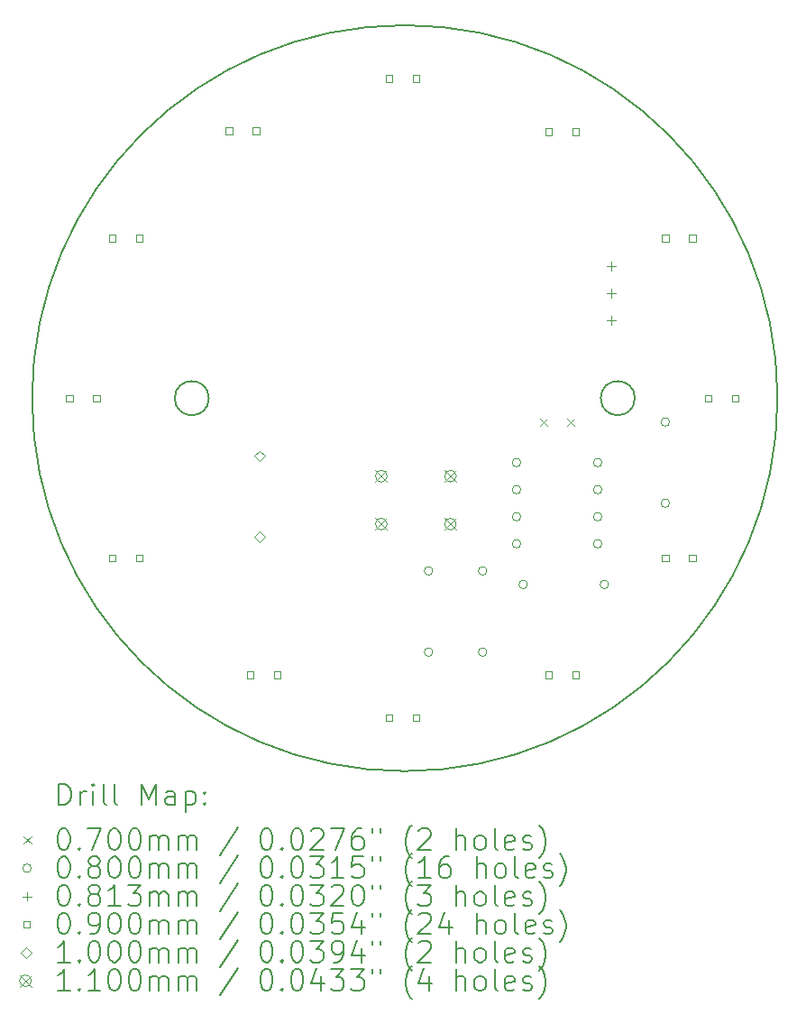
<source format=gbr>
%FSLAX45Y45*%
G04 Gerber Fmt 4.5, Leading zero omitted, Abs format (unit mm)*
G04 Created by KiCad (PCBNEW 6.0.5-a6ca702e91~116~ubuntu20.04.1) date 2022-06-19 21:19:39*
%MOMM*%
%LPD*%
G01*
G04 APERTURE LIST*
%TA.AperFunction,Profile*%
%ADD10C,0.200000*%
%TD*%
%TA.AperFunction,Profile*%
%ADD11C,0.150000*%
%TD*%
%ADD12C,0.200000*%
%ADD13C,0.070000*%
%ADD14C,0.080000*%
%ADD15C,0.081280*%
%ADD16C,0.090000*%
%ADD17C,0.100000*%
%ADD18C,0.110000*%
G04 APERTURE END LIST*
D10*
X8160000Y-10000000D02*
G75*
G03*
X8160000Y-10000000I-160000J0D01*
G01*
D11*
X13500000Y-10000000D02*
G75*
G03*
X13500000Y-10000000I-3500000J0D01*
G01*
D10*
X12160000Y-10000000D02*
G75*
G03*
X12160000Y-10000000I-160000J0D01*
G01*
D12*
D13*
X11272000Y-10188500D02*
X11342000Y-10258500D01*
X11342000Y-10188500D02*
X11272000Y-10258500D01*
X11522000Y-10188500D02*
X11592000Y-10258500D01*
X11592000Y-10188500D02*
X11522000Y-10258500D01*
D14*
X10263500Y-11620500D02*
G75*
G03*
X10263500Y-11620500I-40000J0D01*
G01*
X10263500Y-12382500D02*
G75*
G03*
X10263500Y-12382500I-40000J0D01*
G01*
X10771500Y-11620500D02*
G75*
G03*
X10771500Y-11620500I-40000J0D01*
G01*
X10771500Y-12382500D02*
G75*
G03*
X10771500Y-12382500I-40000J0D01*
G01*
X11089000Y-10604500D02*
G75*
G03*
X11089000Y-10604500I-40000J0D01*
G01*
X11089000Y-10858500D02*
G75*
G03*
X11089000Y-10858500I-40000J0D01*
G01*
X11089000Y-11112500D02*
G75*
G03*
X11089000Y-11112500I-40000J0D01*
G01*
X11089000Y-11366500D02*
G75*
G03*
X11089000Y-11366500I-40000J0D01*
G01*
X11152500Y-11747500D02*
G75*
G03*
X11152500Y-11747500I-40000J0D01*
G01*
X11851000Y-10604500D02*
G75*
G03*
X11851000Y-10604500I-40000J0D01*
G01*
X11851000Y-10858500D02*
G75*
G03*
X11851000Y-10858500I-40000J0D01*
G01*
X11851000Y-11112500D02*
G75*
G03*
X11851000Y-11112500I-40000J0D01*
G01*
X11851000Y-11366500D02*
G75*
G03*
X11851000Y-11366500I-40000J0D01*
G01*
X11914500Y-11747500D02*
G75*
G03*
X11914500Y-11747500I-40000J0D01*
G01*
X12486000Y-10223500D02*
G75*
G03*
X12486000Y-10223500I-40000J0D01*
G01*
X12486000Y-10985500D02*
G75*
G03*
X12486000Y-10985500I-40000J0D01*
G01*
D15*
X11938000Y-8722360D02*
X11938000Y-8803640D01*
X11897360Y-8763000D02*
X11978640Y-8763000D01*
X11938000Y-8976360D02*
X11938000Y-9057640D01*
X11897360Y-9017000D02*
X11978640Y-9017000D01*
X11938000Y-9230360D02*
X11938000Y-9311640D01*
X11897360Y-9271000D02*
X11978640Y-9271000D01*
D16*
X6881820Y-10031820D02*
X6881820Y-9968180D01*
X6818180Y-9968180D01*
X6818180Y-10031820D01*
X6881820Y-10031820D01*
X7135820Y-10031820D02*
X7135820Y-9968180D01*
X7072180Y-9968180D01*
X7072180Y-10031820D01*
X7135820Y-10031820D01*
X7283820Y-8531820D02*
X7283820Y-8468180D01*
X7220180Y-8468180D01*
X7220180Y-8531820D01*
X7283820Y-8531820D01*
X7283820Y-11531820D02*
X7283820Y-11468180D01*
X7220180Y-11468180D01*
X7220180Y-11531820D01*
X7283820Y-11531820D01*
X7537820Y-8531820D02*
X7537820Y-8468180D01*
X7474180Y-8468180D01*
X7474180Y-8531820D01*
X7537820Y-8531820D01*
X7537820Y-11531820D02*
X7537820Y-11468180D01*
X7474180Y-11468180D01*
X7474180Y-11531820D01*
X7537820Y-11531820D01*
X8381820Y-7524820D02*
X8381820Y-7461180D01*
X8318180Y-7461180D01*
X8318180Y-7524820D01*
X8381820Y-7524820D01*
X8581820Y-12629820D02*
X8581820Y-12566180D01*
X8518180Y-12566180D01*
X8518180Y-12629820D01*
X8581820Y-12629820D01*
X8635820Y-7524820D02*
X8635820Y-7461180D01*
X8572180Y-7461180D01*
X8572180Y-7524820D01*
X8635820Y-7524820D01*
X8835820Y-12629820D02*
X8835820Y-12566180D01*
X8772180Y-12566180D01*
X8772180Y-12629820D01*
X8835820Y-12629820D01*
X9881820Y-7031820D02*
X9881820Y-6968180D01*
X9818180Y-6968180D01*
X9818180Y-7031820D01*
X9881820Y-7031820D01*
X9881820Y-13031820D02*
X9881820Y-12968180D01*
X9818180Y-12968180D01*
X9818180Y-13031820D01*
X9881820Y-13031820D01*
X10135820Y-7031820D02*
X10135820Y-6968180D01*
X10072180Y-6968180D01*
X10072180Y-7031820D01*
X10135820Y-7031820D01*
X10135820Y-13031820D02*
X10135820Y-12968180D01*
X10072180Y-12968180D01*
X10072180Y-13031820D01*
X10135820Y-13031820D01*
X11381820Y-7529820D02*
X11381820Y-7466180D01*
X11318180Y-7466180D01*
X11318180Y-7529820D01*
X11381820Y-7529820D01*
X11381820Y-12629820D02*
X11381820Y-12566180D01*
X11318180Y-12566180D01*
X11318180Y-12629820D01*
X11381820Y-12629820D01*
X11635820Y-7529820D02*
X11635820Y-7466180D01*
X11572180Y-7466180D01*
X11572180Y-7529820D01*
X11635820Y-7529820D01*
X11635820Y-12629820D02*
X11635820Y-12566180D01*
X11572180Y-12566180D01*
X11572180Y-12629820D01*
X11635820Y-12629820D01*
X12479820Y-8531820D02*
X12479820Y-8468180D01*
X12416180Y-8468180D01*
X12416180Y-8531820D01*
X12479820Y-8531820D01*
X12479820Y-11531820D02*
X12479820Y-11468180D01*
X12416180Y-11468180D01*
X12416180Y-11531820D01*
X12479820Y-11531820D01*
X12733820Y-8531820D02*
X12733820Y-8468180D01*
X12670180Y-8468180D01*
X12670180Y-8531820D01*
X12733820Y-8531820D01*
X12733820Y-11531820D02*
X12733820Y-11468180D01*
X12670180Y-11468180D01*
X12670180Y-11531820D01*
X12733820Y-11531820D01*
X12881820Y-10031820D02*
X12881820Y-9968180D01*
X12818180Y-9968180D01*
X12818180Y-10031820D01*
X12881820Y-10031820D01*
X13135820Y-10031820D02*
X13135820Y-9968180D01*
X13072180Y-9968180D01*
X13072180Y-10031820D01*
X13135820Y-10031820D01*
D17*
X8636000Y-10593000D02*
X8686000Y-10543000D01*
X8636000Y-10493000D01*
X8586000Y-10543000D01*
X8636000Y-10593000D01*
X8636000Y-11353000D02*
X8686000Y-11303000D01*
X8636000Y-11253000D01*
X8586000Y-11303000D01*
X8636000Y-11353000D01*
D18*
X9724000Y-10676500D02*
X9834000Y-10786500D01*
X9834000Y-10676500D02*
X9724000Y-10786500D01*
X9834000Y-10731500D02*
G75*
G03*
X9834000Y-10731500I-55000J0D01*
G01*
X9724000Y-11126500D02*
X9834000Y-11236500D01*
X9834000Y-11126500D02*
X9724000Y-11236500D01*
X9834000Y-11181500D02*
G75*
G03*
X9834000Y-11181500I-55000J0D01*
G01*
X10374000Y-10676500D02*
X10484000Y-10786500D01*
X10484000Y-10676500D02*
X10374000Y-10786500D01*
X10484000Y-10731500D02*
G75*
G03*
X10484000Y-10731500I-55000J0D01*
G01*
X10374000Y-11126500D02*
X10484000Y-11236500D01*
X10484000Y-11126500D02*
X10374000Y-11236500D01*
X10484000Y-11181500D02*
G75*
G03*
X10484000Y-11181500I-55000J0D01*
G01*
D12*
X6750119Y-13817976D02*
X6750119Y-13617976D01*
X6797738Y-13617976D01*
X6826309Y-13627500D01*
X6845357Y-13646548D01*
X6854881Y-13665595D01*
X6864405Y-13703690D01*
X6864405Y-13732262D01*
X6854881Y-13770357D01*
X6845357Y-13789405D01*
X6826309Y-13808452D01*
X6797738Y-13817976D01*
X6750119Y-13817976D01*
X6950119Y-13817976D02*
X6950119Y-13684643D01*
X6950119Y-13722738D02*
X6959643Y-13703690D01*
X6969167Y-13694167D01*
X6988214Y-13684643D01*
X7007262Y-13684643D01*
X7073928Y-13817976D02*
X7073928Y-13684643D01*
X7073928Y-13617976D02*
X7064405Y-13627500D01*
X7073928Y-13637024D01*
X7083452Y-13627500D01*
X7073928Y-13617976D01*
X7073928Y-13637024D01*
X7197738Y-13817976D02*
X7178690Y-13808452D01*
X7169167Y-13789405D01*
X7169167Y-13617976D01*
X7302500Y-13817976D02*
X7283452Y-13808452D01*
X7273928Y-13789405D01*
X7273928Y-13617976D01*
X7531071Y-13817976D02*
X7531071Y-13617976D01*
X7597738Y-13760833D01*
X7664405Y-13617976D01*
X7664405Y-13817976D01*
X7845357Y-13817976D02*
X7845357Y-13713214D01*
X7835833Y-13694167D01*
X7816786Y-13684643D01*
X7778690Y-13684643D01*
X7759643Y-13694167D01*
X7845357Y-13808452D02*
X7826309Y-13817976D01*
X7778690Y-13817976D01*
X7759643Y-13808452D01*
X7750119Y-13789405D01*
X7750119Y-13770357D01*
X7759643Y-13751309D01*
X7778690Y-13741786D01*
X7826309Y-13741786D01*
X7845357Y-13732262D01*
X7940595Y-13684643D02*
X7940595Y-13884643D01*
X7940595Y-13694167D02*
X7959643Y-13684643D01*
X7997738Y-13684643D01*
X8016786Y-13694167D01*
X8026309Y-13703690D01*
X8035833Y-13722738D01*
X8035833Y-13779881D01*
X8026309Y-13798928D01*
X8016786Y-13808452D01*
X7997738Y-13817976D01*
X7959643Y-13817976D01*
X7940595Y-13808452D01*
X8121548Y-13798928D02*
X8131071Y-13808452D01*
X8121548Y-13817976D01*
X8112024Y-13808452D01*
X8121548Y-13798928D01*
X8121548Y-13817976D01*
X8121548Y-13694167D02*
X8131071Y-13703690D01*
X8121548Y-13713214D01*
X8112024Y-13703690D01*
X8121548Y-13694167D01*
X8121548Y-13713214D01*
D13*
X6422500Y-14112500D02*
X6492500Y-14182500D01*
X6492500Y-14112500D02*
X6422500Y-14182500D01*
D12*
X6788214Y-14037976D02*
X6807262Y-14037976D01*
X6826309Y-14047500D01*
X6835833Y-14057024D01*
X6845357Y-14076071D01*
X6854881Y-14114167D01*
X6854881Y-14161786D01*
X6845357Y-14199881D01*
X6835833Y-14218928D01*
X6826309Y-14228452D01*
X6807262Y-14237976D01*
X6788214Y-14237976D01*
X6769167Y-14228452D01*
X6759643Y-14218928D01*
X6750119Y-14199881D01*
X6740595Y-14161786D01*
X6740595Y-14114167D01*
X6750119Y-14076071D01*
X6759643Y-14057024D01*
X6769167Y-14047500D01*
X6788214Y-14037976D01*
X6940595Y-14218928D02*
X6950119Y-14228452D01*
X6940595Y-14237976D01*
X6931071Y-14228452D01*
X6940595Y-14218928D01*
X6940595Y-14237976D01*
X7016786Y-14037976D02*
X7150119Y-14037976D01*
X7064405Y-14237976D01*
X7264405Y-14037976D02*
X7283452Y-14037976D01*
X7302500Y-14047500D01*
X7312024Y-14057024D01*
X7321548Y-14076071D01*
X7331071Y-14114167D01*
X7331071Y-14161786D01*
X7321548Y-14199881D01*
X7312024Y-14218928D01*
X7302500Y-14228452D01*
X7283452Y-14237976D01*
X7264405Y-14237976D01*
X7245357Y-14228452D01*
X7235833Y-14218928D01*
X7226309Y-14199881D01*
X7216786Y-14161786D01*
X7216786Y-14114167D01*
X7226309Y-14076071D01*
X7235833Y-14057024D01*
X7245357Y-14047500D01*
X7264405Y-14037976D01*
X7454881Y-14037976D02*
X7473928Y-14037976D01*
X7492976Y-14047500D01*
X7502500Y-14057024D01*
X7512024Y-14076071D01*
X7521548Y-14114167D01*
X7521548Y-14161786D01*
X7512024Y-14199881D01*
X7502500Y-14218928D01*
X7492976Y-14228452D01*
X7473928Y-14237976D01*
X7454881Y-14237976D01*
X7435833Y-14228452D01*
X7426309Y-14218928D01*
X7416786Y-14199881D01*
X7407262Y-14161786D01*
X7407262Y-14114167D01*
X7416786Y-14076071D01*
X7426309Y-14057024D01*
X7435833Y-14047500D01*
X7454881Y-14037976D01*
X7607262Y-14237976D02*
X7607262Y-14104643D01*
X7607262Y-14123690D02*
X7616786Y-14114167D01*
X7635833Y-14104643D01*
X7664405Y-14104643D01*
X7683452Y-14114167D01*
X7692976Y-14133214D01*
X7692976Y-14237976D01*
X7692976Y-14133214D02*
X7702500Y-14114167D01*
X7721548Y-14104643D01*
X7750119Y-14104643D01*
X7769167Y-14114167D01*
X7778690Y-14133214D01*
X7778690Y-14237976D01*
X7873928Y-14237976D02*
X7873928Y-14104643D01*
X7873928Y-14123690D02*
X7883452Y-14114167D01*
X7902500Y-14104643D01*
X7931071Y-14104643D01*
X7950119Y-14114167D01*
X7959643Y-14133214D01*
X7959643Y-14237976D01*
X7959643Y-14133214D02*
X7969167Y-14114167D01*
X7988214Y-14104643D01*
X8016786Y-14104643D01*
X8035833Y-14114167D01*
X8045357Y-14133214D01*
X8045357Y-14237976D01*
X8435833Y-14028452D02*
X8264405Y-14285595D01*
X8692976Y-14037976D02*
X8712024Y-14037976D01*
X8731071Y-14047500D01*
X8740595Y-14057024D01*
X8750119Y-14076071D01*
X8759643Y-14114167D01*
X8759643Y-14161786D01*
X8750119Y-14199881D01*
X8740595Y-14218928D01*
X8731071Y-14228452D01*
X8712024Y-14237976D01*
X8692976Y-14237976D01*
X8673929Y-14228452D01*
X8664405Y-14218928D01*
X8654881Y-14199881D01*
X8645357Y-14161786D01*
X8645357Y-14114167D01*
X8654881Y-14076071D01*
X8664405Y-14057024D01*
X8673929Y-14047500D01*
X8692976Y-14037976D01*
X8845357Y-14218928D02*
X8854881Y-14228452D01*
X8845357Y-14237976D01*
X8835833Y-14228452D01*
X8845357Y-14218928D01*
X8845357Y-14237976D01*
X8978690Y-14037976D02*
X8997738Y-14037976D01*
X9016786Y-14047500D01*
X9026310Y-14057024D01*
X9035833Y-14076071D01*
X9045357Y-14114167D01*
X9045357Y-14161786D01*
X9035833Y-14199881D01*
X9026310Y-14218928D01*
X9016786Y-14228452D01*
X8997738Y-14237976D01*
X8978690Y-14237976D01*
X8959643Y-14228452D01*
X8950119Y-14218928D01*
X8940595Y-14199881D01*
X8931071Y-14161786D01*
X8931071Y-14114167D01*
X8940595Y-14076071D01*
X8950119Y-14057024D01*
X8959643Y-14047500D01*
X8978690Y-14037976D01*
X9121548Y-14057024D02*
X9131071Y-14047500D01*
X9150119Y-14037976D01*
X9197738Y-14037976D01*
X9216786Y-14047500D01*
X9226310Y-14057024D01*
X9235833Y-14076071D01*
X9235833Y-14095119D01*
X9226310Y-14123690D01*
X9112024Y-14237976D01*
X9235833Y-14237976D01*
X9302500Y-14037976D02*
X9435833Y-14037976D01*
X9350119Y-14237976D01*
X9597738Y-14037976D02*
X9559643Y-14037976D01*
X9540595Y-14047500D01*
X9531071Y-14057024D01*
X9512024Y-14085595D01*
X9502500Y-14123690D01*
X9502500Y-14199881D01*
X9512024Y-14218928D01*
X9521548Y-14228452D01*
X9540595Y-14237976D01*
X9578690Y-14237976D01*
X9597738Y-14228452D01*
X9607262Y-14218928D01*
X9616786Y-14199881D01*
X9616786Y-14152262D01*
X9607262Y-14133214D01*
X9597738Y-14123690D01*
X9578690Y-14114167D01*
X9540595Y-14114167D01*
X9521548Y-14123690D01*
X9512024Y-14133214D01*
X9502500Y-14152262D01*
X9692976Y-14037976D02*
X9692976Y-14076071D01*
X9769167Y-14037976D02*
X9769167Y-14076071D01*
X10064405Y-14314167D02*
X10054881Y-14304643D01*
X10035833Y-14276071D01*
X10026310Y-14257024D01*
X10016786Y-14228452D01*
X10007262Y-14180833D01*
X10007262Y-14142738D01*
X10016786Y-14095119D01*
X10026310Y-14066548D01*
X10035833Y-14047500D01*
X10054881Y-14018928D01*
X10064405Y-14009405D01*
X10131071Y-14057024D02*
X10140595Y-14047500D01*
X10159643Y-14037976D01*
X10207262Y-14037976D01*
X10226310Y-14047500D01*
X10235833Y-14057024D01*
X10245357Y-14076071D01*
X10245357Y-14095119D01*
X10235833Y-14123690D01*
X10121548Y-14237976D01*
X10245357Y-14237976D01*
X10483452Y-14237976D02*
X10483452Y-14037976D01*
X10569167Y-14237976D02*
X10569167Y-14133214D01*
X10559643Y-14114167D01*
X10540595Y-14104643D01*
X10512024Y-14104643D01*
X10492976Y-14114167D01*
X10483452Y-14123690D01*
X10692976Y-14237976D02*
X10673929Y-14228452D01*
X10664405Y-14218928D01*
X10654881Y-14199881D01*
X10654881Y-14142738D01*
X10664405Y-14123690D01*
X10673929Y-14114167D01*
X10692976Y-14104643D01*
X10721548Y-14104643D01*
X10740595Y-14114167D01*
X10750119Y-14123690D01*
X10759643Y-14142738D01*
X10759643Y-14199881D01*
X10750119Y-14218928D01*
X10740595Y-14228452D01*
X10721548Y-14237976D01*
X10692976Y-14237976D01*
X10873929Y-14237976D02*
X10854881Y-14228452D01*
X10845357Y-14209405D01*
X10845357Y-14037976D01*
X11026310Y-14228452D02*
X11007262Y-14237976D01*
X10969167Y-14237976D01*
X10950119Y-14228452D01*
X10940595Y-14209405D01*
X10940595Y-14133214D01*
X10950119Y-14114167D01*
X10969167Y-14104643D01*
X11007262Y-14104643D01*
X11026310Y-14114167D01*
X11035833Y-14133214D01*
X11035833Y-14152262D01*
X10940595Y-14171309D01*
X11112024Y-14228452D02*
X11131071Y-14237976D01*
X11169167Y-14237976D01*
X11188214Y-14228452D01*
X11197738Y-14209405D01*
X11197738Y-14199881D01*
X11188214Y-14180833D01*
X11169167Y-14171309D01*
X11140595Y-14171309D01*
X11121548Y-14161786D01*
X11112024Y-14142738D01*
X11112024Y-14133214D01*
X11121548Y-14114167D01*
X11140595Y-14104643D01*
X11169167Y-14104643D01*
X11188214Y-14114167D01*
X11264405Y-14314167D02*
X11273928Y-14304643D01*
X11292976Y-14276071D01*
X11302500Y-14257024D01*
X11312024Y-14228452D01*
X11321548Y-14180833D01*
X11321548Y-14142738D01*
X11312024Y-14095119D01*
X11302500Y-14066548D01*
X11292976Y-14047500D01*
X11273928Y-14018928D01*
X11264405Y-14009405D01*
D14*
X6492500Y-14411500D02*
G75*
G03*
X6492500Y-14411500I-40000J0D01*
G01*
D12*
X6788214Y-14301976D02*
X6807262Y-14301976D01*
X6826309Y-14311500D01*
X6835833Y-14321024D01*
X6845357Y-14340071D01*
X6854881Y-14378167D01*
X6854881Y-14425786D01*
X6845357Y-14463881D01*
X6835833Y-14482928D01*
X6826309Y-14492452D01*
X6807262Y-14501976D01*
X6788214Y-14501976D01*
X6769167Y-14492452D01*
X6759643Y-14482928D01*
X6750119Y-14463881D01*
X6740595Y-14425786D01*
X6740595Y-14378167D01*
X6750119Y-14340071D01*
X6759643Y-14321024D01*
X6769167Y-14311500D01*
X6788214Y-14301976D01*
X6940595Y-14482928D02*
X6950119Y-14492452D01*
X6940595Y-14501976D01*
X6931071Y-14492452D01*
X6940595Y-14482928D01*
X6940595Y-14501976D01*
X7064405Y-14387690D02*
X7045357Y-14378167D01*
X7035833Y-14368643D01*
X7026309Y-14349595D01*
X7026309Y-14340071D01*
X7035833Y-14321024D01*
X7045357Y-14311500D01*
X7064405Y-14301976D01*
X7102500Y-14301976D01*
X7121548Y-14311500D01*
X7131071Y-14321024D01*
X7140595Y-14340071D01*
X7140595Y-14349595D01*
X7131071Y-14368643D01*
X7121548Y-14378167D01*
X7102500Y-14387690D01*
X7064405Y-14387690D01*
X7045357Y-14397214D01*
X7035833Y-14406738D01*
X7026309Y-14425786D01*
X7026309Y-14463881D01*
X7035833Y-14482928D01*
X7045357Y-14492452D01*
X7064405Y-14501976D01*
X7102500Y-14501976D01*
X7121548Y-14492452D01*
X7131071Y-14482928D01*
X7140595Y-14463881D01*
X7140595Y-14425786D01*
X7131071Y-14406738D01*
X7121548Y-14397214D01*
X7102500Y-14387690D01*
X7264405Y-14301976D02*
X7283452Y-14301976D01*
X7302500Y-14311500D01*
X7312024Y-14321024D01*
X7321548Y-14340071D01*
X7331071Y-14378167D01*
X7331071Y-14425786D01*
X7321548Y-14463881D01*
X7312024Y-14482928D01*
X7302500Y-14492452D01*
X7283452Y-14501976D01*
X7264405Y-14501976D01*
X7245357Y-14492452D01*
X7235833Y-14482928D01*
X7226309Y-14463881D01*
X7216786Y-14425786D01*
X7216786Y-14378167D01*
X7226309Y-14340071D01*
X7235833Y-14321024D01*
X7245357Y-14311500D01*
X7264405Y-14301976D01*
X7454881Y-14301976D02*
X7473928Y-14301976D01*
X7492976Y-14311500D01*
X7502500Y-14321024D01*
X7512024Y-14340071D01*
X7521548Y-14378167D01*
X7521548Y-14425786D01*
X7512024Y-14463881D01*
X7502500Y-14482928D01*
X7492976Y-14492452D01*
X7473928Y-14501976D01*
X7454881Y-14501976D01*
X7435833Y-14492452D01*
X7426309Y-14482928D01*
X7416786Y-14463881D01*
X7407262Y-14425786D01*
X7407262Y-14378167D01*
X7416786Y-14340071D01*
X7426309Y-14321024D01*
X7435833Y-14311500D01*
X7454881Y-14301976D01*
X7607262Y-14501976D02*
X7607262Y-14368643D01*
X7607262Y-14387690D02*
X7616786Y-14378167D01*
X7635833Y-14368643D01*
X7664405Y-14368643D01*
X7683452Y-14378167D01*
X7692976Y-14397214D01*
X7692976Y-14501976D01*
X7692976Y-14397214D02*
X7702500Y-14378167D01*
X7721548Y-14368643D01*
X7750119Y-14368643D01*
X7769167Y-14378167D01*
X7778690Y-14397214D01*
X7778690Y-14501976D01*
X7873928Y-14501976D02*
X7873928Y-14368643D01*
X7873928Y-14387690D02*
X7883452Y-14378167D01*
X7902500Y-14368643D01*
X7931071Y-14368643D01*
X7950119Y-14378167D01*
X7959643Y-14397214D01*
X7959643Y-14501976D01*
X7959643Y-14397214D02*
X7969167Y-14378167D01*
X7988214Y-14368643D01*
X8016786Y-14368643D01*
X8035833Y-14378167D01*
X8045357Y-14397214D01*
X8045357Y-14501976D01*
X8435833Y-14292452D02*
X8264405Y-14549595D01*
X8692976Y-14301976D02*
X8712024Y-14301976D01*
X8731071Y-14311500D01*
X8740595Y-14321024D01*
X8750119Y-14340071D01*
X8759643Y-14378167D01*
X8759643Y-14425786D01*
X8750119Y-14463881D01*
X8740595Y-14482928D01*
X8731071Y-14492452D01*
X8712024Y-14501976D01*
X8692976Y-14501976D01*
X8673929Y-14492452D01*
X8664405Y-14482928D01*
X8654881Y-14463881D01*
X8645357Y-14425786D01*
X8645357Y-14378167D01*
X8654881Y-14340071D01*
X8664405Y-14321024D01*
X8673929Y-14311500D01*
X8692976Y-14301976D01*
X8845357Y-14482928D02*
X8854881Y-14492452D01*
X8845357Y-14501976D01*
X8835833Y-14492452D01*
X8845357Y-14482928D01*
X8845357Y-14501976D01*
X8978690Y-14301976D02*
X8997738Y-14301976D01*
X9016786Y-14311500D01*
X9026310Y-14321024D01*
X9035833Y-14340071D01*
X9045357Y-14378167D01*
X9045357Y-14425786D01*
X9035833Y-14463881D01*
X9026310Y-14482928D01*
X9016786Y-14492452D01*
X8997738Y-14501976D01*
X8978690Y-14501976D01*
X8959643Y-14492452D01*
X8950119Y-14482928D01*
X8940595Y-14463881D01*
X8931071Y-14425786D01*
X8931071Y-14378167D01*
X8940595Y-14340071D01*
X8950119Y-14321024D01*
X8959643Y-14311500D01*
X8978690Y-14301976D01*
X9112024Y-14301976D02*
X9235833Y-14301976D01*
X9169167Y-14378167D01*
X9197738Y-14378167D01*
X9216786Y-14387690D01*
X9226310Y-14397214D01*
X9235833Y-14416262D01*
X9235833Y-14463881D01*
X9226310Y-14482928D01*
X9216786Y-14492452D01*
X9197738Y-14501976D01*
X9140595Y-14501976D01*
X9121548Y-14492452D01*
X9112024Y-14482928D01*
X9426310Y-14501976D02*
X9312024Y-14501976D01*
X9369167Y-14501976D02*
X9369167Y-14301976D01*
X9350119Y-14330548D01*
X9331071Y-14349595D01*
X9312024Y-14359119D01*
X9607262Y-14301976D02*
X9512024Y-14301976D01*
X9502500Y-14397214D01*
X9512024Y-14387690D01*
X9531071Y-14378167D01*
X9578690Y-14378167D01*
X9597738Y-14387690D01*
X9607262Y-14397214D01*
X9616786Y-14416262D01*
X9616786Y-14463881D01*
X9607262Y-14482928D01*
X9597738Y-14492452D01*
X9578690Y-14501976D01*
X9531071Y-14501976D01*
X9512024Y-14492452D01*
X9502500Y-14482928D01*
X9692976Y-14301976D02*
X9692976Y-14340071D01*
X9769167Y-14301976D02*
X9769167Y-14340071D01*
X10064405Y-14578167D02*
X10054881Y-14568643D01*
X10035833Y-14540071D01*
X10026310Y-14521024D01*
X10016786Y-14492452D01*
X10007262Y-14444833D01*
X10007262Y-14406738D01*
X10016786Y-14359119D01*
X10026310Y-14330548D01*
X10035833Y-14311500D01*
X10054881Y-14282928D01*
X10064405Y-14273405D01*
X10245357Y-14501976D02*
X10131071Y-14501976D01*
X10188214Y-14501976D02*
X10188214Y-14301976D01*
X10169167Y-14330548D01*
X10150119Y-14349595D01*
X10131071Y-14359119D01*
X10416786Y-14301976D02*
X10378690Y-14301976D01*
X10359643Y-14311500D01*
X10350119Y-14321024D01*
X10331071Y-14349595D01*
X10321548Y-14387690D01*
X10321548Y-14463881D01*
X10331071Y-14482928D01*
X10340595Y-14492452D01*
X10359643Y-14501976D01*
X10397738Y-14501976D01*
X10416786Y-14492452D01*
X10426310Y-14482928D01*
X10435833Y-14463881D01*
X10435833Y-14416262D01*
X10426310Y-14397214D01*
X10416786Y-14387690D01*
X10397738Y-14378167D01*
X10359643Y-14378167D01*
X10340595Y-14387690D01*
X10331071Y-14397214D01*
X10321548Y-14416262D01*
X10673929Y-14501976D02*
X10673929Y-14301976D01*
X10759643Y-14501976D02*
X10759643Y-14397214D01*
X10750119Y-14378167D01*
X10731071Y-14368643D01*
X10702500Y-14368643D01*
X10683452Y-14378167D01*
X10673929Y-14387690D01*
X10883452Y-14501976D02*
X10864405Y-14492452D01*
X10854881Y-14482928D01*
X10845357Y-14463881D01*
X10845357Y-14406738D01*
X10854881Y-14387690D01*
X10864405Y-14378167D01*
X10883452Y-14368643D01*
X10912024Y-14368643D01*
X10931071Y-14378167D01*
X10940595Y-14387690D01*
X10950119Y-14406738D01*
X10950119Y-14463881D01*
X10940595Y-14482928D01*
X10931071Y-14492452D01*
X10912024Y-14501976D01*
X10883452Y-14501976D01*
X11064405Y-14501976D02*
X11045357Y-14492452D01*
X11035833Y-14473405D01*
X11035833Y-14301976D01*
X11216786Y-14492452D02*
X11197738Y-14501976D01*
X11159643Y-14501976D01*
X11140595Y-14492452D01*
X11131071Y-14473405D01*
X11131071Y-14397214D01*
X11140595Y-14378167D01*
X11159643Y-14368643D01*
X11197738Y-14368643D01*
X11216786Y-14378167D01*
X11226309Y-14397214D01*
X11226309Y-14416262D01*
X11131071Y-14435309D01*
X11302500Y-14492452D02*
X11321548Y-14501976D01*
X11359643Y-14501976D01*
X11378690Y-14492452D01*
X11388214Y-14473405D01*
X11388214Y-14463881D01*
X11378690Y-14444833D01*
X11359643Y-14435309D01*
X11331071Y-14435309D01*
X11312024Y-14425786D01*
X11302500Y-14406738D01*
X11302500Y-14397214D01*
X11312024Y-14378167D01*
X11331071Y-14368643D01*
X11359643Y-14368643D01*
X11378690Y-14378167D01*
X11454881Y-14578167D02*
X11464405Y-14568643D01*
X11483452Y-14540071D01*
X11492976Y-14521024D01*
X11502500Y-14492452D01*
X11512024Y-14444833D01*
X11512024Y-14406738D01*
X11502500Y-14359119D01*
X11492976Y-14330548D01*
X11483452Y-14311500D01*
X11464405Y-14282928D01*
X11454881Y-14273405D01*
D15*
X6451860Y-14634860D02*
X6451860Y-14716140D01*
X6411220Y-14675500D02*
X6492500Y-14675500D01*
D12*
X6788214Y-14565976D02*
X6807262Y-14565976D01*
X6826309Y-14575500D01*
X6835833Y-14585024D01*
X6845357Y-14604071D01*
X6854881Y-14642167D01*
X6854881Y-14689786D01*
X6845357Y-14727881D01*
X6835833Y-14746928D01*
X6826309Y-14756452D01*
X6807262Y-14765976D01*
X6788214Y-14765976D01*
X6769167Y-14756452D01*
X6759643Y-14746928D01*
X6750119Y-14727881D01*
X6740595Y-14689786D01*
X6740595Y-14642167D01*
X6750119Y-14604071D01*
X6759643Y-14585024D01*
X6769167Y-14575500D01*
X6788214Y-14565976D01*
X6940595Y-14746928D02*
X6950119Y-14756452D01*
X6940595Y-14765976D01*
X6931071Y-14756452D01*
X6940595Y-14746928D01*
X6940595Y-14765976D01*
X7064405Y-14651690D02*
X7045357Y-14642167D01*
X7035833Y-14632643D01*
X7026309Y-14613595D01*
X7026309Y-14604071D01*
X7035833Y-14585024D01*
X7045357Y-14575500D01*
X7064405Y-14565976D01*
X7102500Y-14565976D01*
X7121548Y-14575500D01*
X7131071Y-14585024D01*
X7140595Y-14604071D01*
X7140595Y-14613595D01*
X7131071Y-14632643D01*
X7121548Y-14642167D01*
X7102500Y-14651690D01*
X7064405Y-14651690D01*
X7045357Y-14661214D01*
X7035833Y-14670738D01*
X7026309Y-14689786D01*
X7026309Y-14727881D01*
X7035833Y-14746928D01*
X7045357Y-14756452D01*
X7064405Y-14765976D01*
X7102500Y-14765976D01*
X7121548Y-14756452D01*
X7131071Y-14746928D01*
X7140595Y-14727881D01*
X7140595Y-14689786D01*
X7131071Y-14670738D01*
X7121548Y-14661214D01*
X7102500Y-14651690D01*
X7331071Y-14765976D02*
X7216786Y-14765976D01*
X7273928Y-14765976D02*
X7273928Y-14565976D01*
X7254881Y-14594548D01*
X7235833Y-14613595D01*
X7216786Y-14623119D01*
X7397738Y-14565976D02*
X7521548Y-14565976D01*
X7454881Y-14642167D01*
X7483452Y-14642167D01*
X7502500Y-14651690D01*
X7512024Y-14661214D01*
X7521548Y-14680262D01*
X7521548Y-14727881D01*
X7512024Y-14746928D01*
X7502500Y-14756452D01*
X7483452Y-14765976D01*
X7426309Y-14765976D01*
X7407262Y-14756452D01*
X7397738Y-14746928D01*
X7607262Y-14765976D02*
X7607262Y-14632643D01*
X7607262Y-14651690D02*
X7616786Y-14642167D01*
X7635833Y-14632643D01*
X7664405Y-14632643D01*
X7683452Y-14642167D01*
X7692976Y-14661214D01*
X7692976Y-14765976D01*
X7692976Y-14661214D02*
X7702500Y-14642167D01*
X7721548Y-14632643D01*
X7750119Y-14632643D01*
X7769167Y-14642167D01*
X7778690Y-14661214D01*
X7778690Y-14765976D01*
X7873928Y-14765976D02*
X7873928Y-14632643D01*
X7873928Y-14651690D02*
X7883452Y-14642167D01*
X7902500Y-14632643D01*
X7931071Y-14632643D01*
X7950119Y-14642167D01*
X7959643Y-14661214D01*
X7959643Y-14765976D01*
X7959643Y-14661214D02*
X7969167Y-14642167D01*
X7988214Y-14632643D01*
X8016786Y-14632643D01*
X8035833Y-14642167D01*
X8045357Y-14661214D01*
X8045357Y-14765976D01*
X8435833Y-14556452D02*
X8264405Y-14813595D01*
X8692976Y-14565976D02*
X8712024Y-14565976D01*
X8731071Y-14575500D01*
X8740595Y-14585024D01*
X8750119Y-14604071D01*
X8759643Y-14642167D01*
X8759643Y-14689786D01*
X8750119Y-14727881D01*
X8740595Y-14746928D01*
X8731071Y-14756452D01*
X8712024Y-14765976D01*
X8692976Y-14765976D01*
X8673929Y-14756452D01*
X8664405Y-14746928D01*
X8654881Y-14727881D01*
X8645357Y-14689786D01*
X8645357Y-14642167D01*
X8654881Y-14604071D01*
X8664405Y-14585024D01*
X8673929Y-14575500D01*
X8692976Y-14565976D01*
X8845357Y-14746928D02*
X8854881Y-14756452D01*
X8845357Y-14765976D01*
X8835833Y-14756452D01*
X8845357Y-14746928D01*
X8845357Y-14765976D01*
X8978690Y-14565976D02*
X8997738Y-14565976D01*
X9016786Y-14575500D01*
X9026310Y-14585024D01*
X9035833Y-14604071D01*
X9045357Y-14642167D01*
X9045357Y-14689786D01*
X9035833Y-14727881D01*
X9026310Y-14746928D01*
X9016786Y-14756452D01*
X8997738Y-14765976D01*
X8978690Y-14765976D01*
X8959643Y-14756452D01*
X8950119Y-14746928D01*
X8940595Y-14727881D01*
X8931071Y-14689786D01*
X8931071Y-14642167D01*
X8940595Y-14604071D01*
X8950119Y-14585024D01*
X8959643Y-14575500D01*
X8978690Y-14565976D01*
X9112024Y-14565976D02*
X9235833Y-14565976D01*
X9169167Y-14642167D01*
X9197738Y-14642167D01*
X9216786Y-14651690D01*
X9226310Y-14661214D01*
X9235833Y-14680262D01*
X9235833Y-14727881D01*
X9226310Y-14746928D01*
X9216786Y-14756452D01*
X9197738Y-14765976D01*
X9140595Y-14765976D01*
X9121548Y-14756452D01*
X9112024Y-14746928D01*
X9312024Y-14585024D02*
X9321548Y-14575500D01*
X9340595Y-14565976D01*
X9388214Y-14565976D01*
X9407262Y-14575500D01*
X9416786Y-14585024D01*
X9426310Y-14604071D01*
X9426310Y-14623119D01*
X9416786Y-14651690D01*
X9302500Y-14765976D01*
X9426310Y-14765976D01*
X9550119Y-14565976D02*
X9569167Y-14565976D01*
X9588214Y-14575500D01*
X9597738Y-14585024D01*
X9607262Y-14604071D01*
X9616786Y-14642167D01*
X9616786Y-14689786D01*
X9607262Y-14727881D01*
X9597738Y-14746928D01*
X9588214Y-14756452D01*
X9569167Y-14765976D01*
X9550119Y-14765976D01*
X9531071Y-14756452D01*
X9521548Y-14746928D01*
X9512024Y-14727881D01*
X9502500Y-14689786D01*
X9502500Y-14642167D01*
X9512024Y-14604071D01*
X9521548Y-14585024D01*
X9531071Y-14575500D01*
X9550119Y-14565976D01*
X9692976Y-14565976D02*
X9692976Y-14604071D01*
X9769167Y-14565976D02*
X9769167Y-14604071D01*
X10064405Y-14842167D02*
X10054881Y-14832643D01*
X10035833Y-14804071D01*
X10026310Y-14785024D01*
X10016786Y-14756452D01*
X10007262Y-14708833D01*
X10007262Y-14670738D01*
X10016786Y-14623119D01*
X10026310Y-14594548D01*
X10035833Y-14575500D01*
X10054881Y-14546928D01*
X10064405Y-14537405D01*
X10121548Y-14565976D02*
X10245357Y-14565976D01*
X10178690Y-14642167D01*
X10207262Y-14642167D01*
X10226310Y-14651690D01*
X10235833Y-14661214D01*
X10245357Y-14680262D01*
X10245357Y-14727881D01*
X10235833Y-14746928D01*
X10226310Y-14756452D01*
X10207262Y-14765976D01*
X10150119Y-14765976D01*
X10131071Y-14756452D01*
X10121548Y-14746928D01*
X10483452Y-14765976D02*
X10483452Y-14565976D01*
X10569167Y-14765976D02*
X10569167Y-14661214D01*
X10559643Y-14642167D01*
X10540595Y-14632643D01*
X10512024Y-14632643D01*
X10492976Y-14642167D01*
X10483452Y-14651690D01*
X10692976Y-14765976D02*
X10673929Y-14756452D01*
X10664405Y-14746928D01*
X10654881Y-14727881D01*
X10654881Y-14670738D01*
X10664405Y-14651690D01*
X10673929Y-14642167D01*
X10692976Y-14632643D01*
X10721548Y-14632643D01*
X10740595Y-14642167D01*
X10750119Y-14651690D01*
X10759643Y-14670738D01*
X10759643Y-14727881D01*
X10750119Y-14746928D01*
X10740595Y-14756452D01*
X10721548Y-14765976D01*
X10692976Y-14765976D01*
X10873929Y-14765976D02*
X10854881Y-14756452D01*
X10845357Y-14737405D01*
X10845357Y-14565976D01*
X11026310Y-14756452D02*
X11007262Y-14765976D01*
X10969167Y-14765976D01*
X10950119Y-14756452D01*
X10940595Y-14737405D01*
X10940595Y-14661214D01*
X10950119Y-14642167D01*
X10969167Y-14632643D01*
X11007262Y-14632643D01*
X11026310Y-14642167D01*
X11035833Y-14661214D01*
X11035833Y-14680262D01*
X10940595Y-14699309D01*
X11112024Y-14756452D02*
X11131071Y-14765976D01*
X11169167Y-14765976D01*
X11188214Y-14756452D01*
X11197738Y-14737405D01*
X11197738Y-14727881D01*
X11188214Y-14708833D01*
X11169167Y-14699309D01*
X11140595Y-14699309D01*
X11121548Y-14689786D01*
X11112024Y-14670738D01*
X11112024Y-14661214D01*
X11121548Y-14642167D01*
X11140595Y-14632643D01*
X11169167Y-14632643D01*
X11188214Y-14642167D01*
X11264405Y-14842167D02*
X11273928Y-14832643D01*
X11292976Y-14804071D01*
X11302500Y-14785024D01*
X11312024Y-14756452D01*
X11321548Y-14708833D01*
X11321548Y-14670738D01*
X11312024Y-14623119D01*
X11302500Y-14594548D01*
X11292976Y-14575500D01*
X11273928Y-14546928D01*
X11264405Y-14537405D01*
D16*
X6479320Y-14971320D02*
X6479320Y-14907680D01*
X6415680Y-14907680D01*
X6415680Y-14971320D01*
X6479320Y-14971320D01*
D12*
X6788214Y-14829976D02*
X6807262Y-14829976D01*
X6826309Y-14839500D01*
X6835833Y-14849024D01*
X6845357Y-14868071D01*
X6854881Y-14906167D01*
X6854881Y-14953786D01*
X6845357Y-14991881D01*
X6835833Y-15010928D01*
X6826309Y-15020452D01*
X6807262Y-15029976D01*
X6788214Y-15029976D01*
X6769167Y-15020452D01*
X6759643Y-15010928D01*
X6750119Y-14991881D01*
X6740595Y-14953786D01*
X6740595Y-14906167D01*
X6750119Y-14868071D01*
X6759643Y-14849024D01*
X6769167Y-14839500D01*
X6788214Y-14829976D01*
X6940595Y-15010928D02*
X6950119Y-15020452D01*
X6940595Y-15029976D01*
X6931071Y-15020452D01*
X6940595Y-15010928D01*
X6940595Y-15029976D01*
X7045357Y-15029976D02*
X7083452Y-15029976D01*
X7102500Y-15020452D01*
X7112024Y-15010928D01*
X7131071Y-14982357D01*
X7140595Y-14944262D01*
X7140595Y-14868071D01*
X7131071Y-14849024D01*
X7121548Y-14839500D01*
X7102500Y-14829976D01*
X7064405Y-14829976D01*
X7045357Y-14839500D01*
X7035833Y-14849024D01*
X7026309Y-14868071D01*
X7026309Y-14915690D01*
X7035833Y-14934738D01*
X7045357Y-14944262D01*
X7064405Y-14953786D01*
X7102500Y-14953786D01*
X7121548Y-14944262D01*
X7131071Y-14934738D01*
X7140595Y-14915690D01*
X7264405Y-14829976D02*
X7283452Y-14829976D01*
X7302500Y-14839500D01*
X7312024Y-14849024D01*
X7321548Y-14868071D01*
X7331071Y-14906167D01*
X7331071Y-14953786D01*
X7321548Y-14991881D01*
X7312024Y-15010928D01*
X7302500Y-15020452D01*
X7283452Y-15029976D01*
X7264405Y-15029976D01*
X7245357Y-15020452D01*
X7235833Y-15010928D01*
X7226309Y-14991881D01*
X7216786Y-14953786D01*
X7216786Y-14906167D01*
X7226309Y-14868071D01*
X7235833Y-14849024D01*
X7245357Y-14839500D01*
X7264405Y-14829976D01*
X7454881Y-14829976D02*
X7473928Y-14829976D01*
X7492976Y-14839500D01*
X7502500Y-14849024D01*
X7512024Y-14868071D01*
X7521548Y-14906167D01*
X7521548Y-14953786D01*
X7512024Y-14991881D01*
X7502500Y-15010928D01*
X7492976Y-15020452D01*
X7473928Y-15029976D01*
X7454881Y-15029976D01*
X7435833Y-15020452D01*
X7426309Y-15010928D01*
X7416786Y-14991881D01*
X7407262Y-14953786D01*
X7407262Y-14906167D01*
X7416786Y-14868071D01*
X7426309Y-14849024D01*
X7435833Y-14839500D01*
X7454881Y-14829976D01*
X7607262Y-15029976D02*
X7607262Y-14896643D01*
X7607262Y-14915690D02*
X7616786Y-14906167D01*
X7635833Y-14896643D01*
X7664405Y-14896643D01*
X7683452Y-14906167D01*
X7692976Y-14925214D01*
X7692976Y-15029976D01*
X7692976Y-14925214D02*
X7702500Y-14906167D01*
X7721548Y-14896643D01*
X7750119Y-14896643D01*
X7769167Y-14906167D01*
X7778690Y-14925214D01*
X7778690Y-15029976D01*
X7873928Y-15029976D02*
X7873928Y-14896643D01*
X7873928Y-14915690D02*
X7883452Y-14906167D01*
X7902500Y-14896643D01*
X7931071Y-14896643D01*
X7950119Y-14906167D01*
X7959643Y-14925214D01*
X7959643Y-15029976D01*
X7959643Y-14925214D02*
X7969167Y-14906167D01*
X7988214Y-14896643D01*
X8016786Y-14896643D01*
X8035833Y-14906167D01*
X8045357Y-14925214D01*
X8045357Y-15029976D01*
X8435833Y-14820452D02*
X8264405Y-15077595D01*
X8692976Y-14829976D02*
X8712024Y-14829976D01*
X8731071Y-14839500D01*
X8740595Y-14849024D01*
X8750119Y-14868071D01*
X8759643Y-14906167D01*
X8759643Y-14953786D01*
X8750119Y-14991881D01*
X8740595Y-15010928D01*
X8731071Y-15020452D01*
X8712024Y-15029976D01*
X8692976Y-15029976D01*
X8673929Y-15020452D01*
X8664405Y-15010928D01*
X8654881Y-14991881D01*
X8645357Y-14953786D01*
X8645357Y-14906167D01*
X8654881Y-14868071D01*
X8664405Y-14849024D01*
X8673929Y-14839500D01*
X8692976Y-14829976D01*
X8845357Y-15010928D02*
X8854881Y-15020452D01*
X8845357Y-15029976D01*
X8835833Y-15020452D01*
X8845357Y-15010928D01*
X8845357Y-15029976D01*
X8978690Y-14829976D02*
X8997738Y-14829976D01*
X9016786Y-14839500D01*
X9026310Y-14849024D01*
X9035833Y-14868071D01*
X9045357Y-14906167D01*
X9045357Y-14953786D01*
X9035833Y-14991881D01*
X9026310Y-15010928D01*
X9016786Y-15020452D01*
X8997738Y-15029976D01*
X8978690Y-15029976D01*
X8959643Y-15020452D01*
X8950119Y-15010928D01*
X8940595Y-14991881D01*
X8931071Y-14953786D01*
X8931071Y-14906167D01*
X8940595Y-14868071D01*
X8950119Y-14849024D01*
X8959643Y-14839500D01*
X8978690Y-14829976D01*
X9112024Y-14829976D02*
X9235833Y-14829976D01*
X9169167Y-14906167D01*
X9197738Y-14906167D01*
X9216786Y-14915690D01*
X9226310Y-14925214D01*
X9235833Y-14944262D01*
X9235833Y-14991881D01*
X9226310Y-15010928D01*
X9216786Y-15020452D01*
X9197738Y-15029976D01*
X9140595Y-15029976D01*
X9121548Y-15020452D01*
X9112024Y-15010928D01*
X9416786Y-14829976D02*
X9321548Y-14829976D01*
X9312024Y-14925214D01*
X9321548Y-14915690D01*
X9340595Y-14906167D01*
X9388214Y-14906167D01*
X9407262Y-14915690D01*
X9416786Y-14925214D01*
X9426310Y-14944262D01*
X9426310Y-14991881D01*
X9416786Y-15010928D01*
X9407262Y-15020452D01*
X9388214Y-15029976D01*
X9340595Y-15029976D01*
X9321548Y-15020452D01*
X9312024Y-15010928D01*
X9597738Y-14896643D02*
X9597738Y-15029976D01*
X9550119Y-14820452D02*
X9502500Y-14963309D01*
X9626310Y-14963309D01*
X9692976Y-14829976D02*
X9692976Y-14868071D01*
X9769167Y-14829976D02*
X9769167Y-14868071D01*
X10064405Y-15106167D02*
X10054881Y-15096643D01*
X10035833Y-15068071D01*
X10026310Y-15049024D01*
X10016786Y-15020452D01*
X10007262Y-14972833D01*
X10007262Y-14934738D01*
X10016786Y-14887119D01*
X10026310Y-14858548D01*
X10035833Y-14839500D01*
X10054881Y-14810928D01*
X10064405Y-14801405D01*
X10131071Y-14849024D02*
X10140595Y-14839500D01*
X10159643Y-14829976D01*
X10207262Y-14829976D01*
X10226310Y-14839500D01*
X10235833Y-14849024D01*
X10245357Y-14868071D01*
X10245357Y-14887119D01*
X10235833Y-14915690D01*
X10121548Y-15029976D01*
X10245357Y-15029976D01*
X10416786Y-14896643D02*
X10416786Y-15029976D01*
X10369167Y-14820452D02*
X10321548Y-14963309D01*
X10445357Y-14963309D01*
X10673929Y-15029976D02*
X10673929Y-14829976D01*
X10759643Y-15029976D02*
X10759643Y-14925214D01*
X10750119Y-14906167D01*
X10731071Y-14896643D01*
X10702500Y-14896643D01*
X10683452Y-14906167D01*
X10673929Y-14915690D01*
X10883452Y-15029976D02*
X10864405Y-15020452D01*
X10854881Y-15010928D01*
X10845357Y-14991881D01*
X10845357Y-14934738D01*
X10854881Y-14915690D01*
X10864405Y-14906167D01*
X10883452Y-14896643D01*
X10912024Y-14896643D01*
X10931071Y-14906167D01*
X10940595Y-14915690D01*
X10950119Y-14934738D01*
X10950119Y-14991881D01*
X10940595Y-15010928D01*
X10931071Y-15020452D01*
X10912024Y-15029976D01*
X10883452Y-15029976D01*
X11064405Y-15029976D02*
X11045357Y-15020452D01*
X11035833Y-15001405D01*
X11035833Y-14829976D01*
X11216786Y-15020452D02*
X11197738Y-15029976D01*
X11159643Y-15029976D01*
X11140595Y-15020452D01*
X11131071Y-15001405D01*
X11131071Y-14925214D01*
X11140595Y-14906167D01*
X11159643Y-14896643D01*
X11197738Y-14896643D01*
X11216786Y-14906167D01*
X11226309Y-14925214D01*
X11226309Y-14944262D01*
X11131071Y-14963309D01*
X11302500Y-15020452D02*
X11321548Y-15029976D01*
X11359643Y-15029976D01*
X11378690Y-15020452D01*
X11388214Y-15001405D01*
X11388214Y-14991881D01*
X11378690Y-14972833D01*
X11359643Y-14963309D01*
X11331071Y-14963309D01*
X11312024Y-14953786D01*
X11302500Y-14934738D01*
X11302500Y-14925214D01*
X11312024Y-14906167D01*
X11331071Y-14896643D01*
X11359643Y-14896643D01*
X11378690Y-14906167D01*
X11454881Y-15106167D02*
X11464405Y-15096643D01*
X11483452Y-15068071D01*
X11492976Y-15049024D01*
X11502500Y-15020452D01*
X11512024Y-14972833D01*
X11512024Y-14934738D01*
X11502500Y-14887119D01*
X11492976Y-14858548D01*
X11483452Y-14839500D01*
X11464405Y-14810928D01*
X11454881Y-14801405D01*
D17*
X6442500Y-15253500D02*
X6492500Y-15203500D01*
X6442500Y-15153500D01*
X6392500Y-15203500D01*
X6442500Y-15253500D01*
D12*
X6854881Y-15293976D02*
X6740595Y-15293976D01*
X6797738Y-15293976D02*
X6797738Y-15093976D01*
X6778690Y-15122548D01*
X6759643Y-15141595D01*
X6740595Y-15151119D01*
X6940595Y-15274928D02*
X6950119Y-15284452D01*
X6940595Y-15293976D01*
X6931071Y-15284452D01*
X6940595Y-15274928D01*
X6940595Y-15293976D01*
X7073928Y-15093976D02*
X7092976Y-15093976D01*
X7112024Y-15103500D01*
X7121548Y-15113024D01*
X7131071Y-15132071D01*
X7140595Y-15170167D01*
X7140595Y-15217786D01*
X7131071Y-15255881D01*
X7121548Y-15274928D01*
X7112024Y-15284452D01*
X7092976Y-15293976D01*
X7073928Y-15293976D01*
X7054881Y-15284452D01*
X7045357Y-15274928D01*
X7035833Y-15255881D01*
X7026309Y-15217786D01*
X7026309Y-15170167D01*
X7035833Y-15132071D01*
X7045357Y-15113024D01*
X7054881Y-15103500D01*
X7073928Y-15093976D01*
X7264405Y-15093976D02*
X7283452Y-15093976D01*
X7302500Y-15103500D01*
X7312024Y-15113024D01*
X7321548Y-15132071D01*
X7331071Y-15170167D01*
X7331071Y-15217786D01*
X7321548Y-15255881D01*
X7312024Y-15274928D01*
X7302500Y-15284452D01*
X7283452Y-15293976D01*
X7264405Y-15293976D01*
X7245357Y-15284452D01*
X7235833Y-15274928D01*
X7226309Y-15255881D01*
X7216786Y-15217786D01*
X7216786Y-15170167D01*
X7226309Y-15132071D01*
X7235833Y-15113024D01*
X7245357Y-15103500D01*
X7264405Y-15093976D01*
X7454881Y-15093976D02*
X7473928Y-15093976D01*
X7492976Y-15103500D01*
X7502500Y-15113024D01*
X7512024Y-15132071D01*
X7521548Y-15170167D01*
X7521548Y-15217786D01*
X7512024Y-15255881D01*
X7502500Y-15274928D01*
X7492976Y-15284452D01*
X7473928Y-15293976D01*
X7454881Y-15293976D01*
X7435833Y-15284452D01*
X7426309Y-15274928D01*
X7416786Y-15255881D01*
X7407262Y-15217786D01*
X7407262Y-15170167D01*
X7416786Y-15132071D01*
X7426309Y-15113024D01*
X7435833Y-15103500D01*
X7454881Y-15093976D01*
X7607262Y-15293976D02*
X7607262Y-15160643D01*
X7607262Y-15179690D02*
X7616786Y-15170167D01*
X7635833Y-15160643D01*
X7664405Y-15160643D01*
X7683452Y-15170167D01*
X7692976Y-15189214D01*
X7692976Y-15293976D01*
X7692976Y-15189214D02*
X7702500Y-15170167D01*
X7721548Y-15160643D01*
X7750119Y-15160643D01*
X7769167Y-15170167D01*
X7778690Y-15189214D01*
X7778690Y-15293976D01*
X7873928Y-15293976D02*
X7873928Y-15160643D01*
X7873928Y-15179690D02*
X7883452Y-15170167D01*
X7902500Y-15160643D01*
X7931071Y-15160643D01*
X7950119Y-15170167D01*
X7959643Y-15189214D01*
X7959643Y-15293976D01*
X7959643Y-15189214D02*
X7969167Y-15170167D01*
X7988214Y-15160643D01*
X8016786Y-15160643D01*
X8035833Y-15170167D01*
X8045357Y-15189214D01*
X8045357Y-15293976D01*
X8435833Y-15084452D02*
X8264405Y-15341595D01*
X8692976Y-15093976D02*
X8712024Y-15093976D01*
X8731071Y-15103500D01*
X8740595Y-15113024D01*
X8750119Y-15132071D01*
X8759643Y-15170167D01*
X8759643Y-15217786D01*
X8750119Y-15255881D01*
X8740595Y-15274928D01*
X8731071Y-15284452D01*
X8712024Y-15293976D01*
X8692976Y-15293976D01*
X8673929Y-15284452D01*
X8664405Y-15274928D01*
X8654881Y-15255881D01*
X8645357Y-15217786D01*
X8645357Y-15170167D01*
X8654881Y-15132071D01*
X8664405Y-15113024D01*
X8673929Y-15103500D01*
X8692976Y-15093976D01*
X8845357Y-15274928D02*
X8854881Y-15284452D01*
X8845357Y-15293976D01*
X8835833Y-15284452D01*
X8845357Y-15274928D01*
X8845357Y-15293976D01*
X8978690Y-15093976D02*
X8997738Y-15093976D01*
X9016786Y-15103500D01*
X9026310Y-15113024D01*
X9035833Y-15132071D01*
X9045357Y-15170167D01*
X9045357Y-15217786D01*
X9035833Y-15255881D01*
X9026310Y-15274928D01*
X9016786Y-15284452D01*
X8997738Y-15293976D01*
X8978690Y-15293976D01*
X8959643Y-15284452D01*
X8950119Y-15274928D01*
X8940595Y-15255881D01*
X8931071Y-15217786D01*
X8931071Y-15170167D01*
X8940595Y-15132071D01*
X8950119Y-15113024D01*
X8959643Y-15103500D01*
X8978690Y-15093976D01*
X9112024Y-15093976D02*
X9235833Y-15093976D01*
X9169167Y-15170167D01*
X9197738Y-15170167D01*
X9216786Y-15179690D01*
X9226310Y-15189214D01*
X9235833Y-15208262D01*
X9235833Y-15255881D01*
X9226310Y-15274928D01*
X9216786Y-15284452D01*
X9197738Y-15293976D01*
X9140595Y-15293976D01*
X9121548Y-15284452D01*
X9112024Y-15274928D01*
X9331071Y-15293976D02*
X9369167Y-15293976D01*
X9388214Y-15284452D01*
X9397738Y-15274928D01*
X9416786Y-15246357D01*
X9426310Y-15208262D01*
X9426310Y-15132071D01*
X9416786Y-15113024D01*
X9407262Y-15103500D01*
X9388214Y-15093976D01*
X9350119Y-15093976D01*
X9331071Y-15103500D01*
X9321548Y-15113024D01*
X9312024Y-15132071D01*
X9312024Y-15179690D01*
X9321548Y-15198738D01*
X9331071Y-15208262D01*
X9350119Y-15217786D01*
X9388214Y-15217786D01*
X9407262Y-15208262D01*
X9416786Y-15198738D01*
X9426310Y-15179690D01*
X9597738Y-15160643D02*
X9597738Y-15293976D01*
X9550119Y-15084452D02*
X9502500Y-15227309D01*
X9626310Y-15227309D01*
X9692976Y-15093976D02*
X9692976Y-15132071D01*
X9769167Y-15093976D02*
X9769167Y-15132071D01*
X10064405Y-15370167D02*
X10054881Y-15360643D01*
X10035833Y-15332071D01*
X10026310Y-15313024D01*
X10016786Y-15284452D01*
X10007262Y-15236833D01*
X10007262Y-15198738D01*
X10016786Y-15151119D01*
X10026310Y-15122548D01*
X10035833Y-15103500D01*
X10054881Y-15074928D01*
X10064405Y-15065405D01*
X10131071Y-15113024D02*
X10140595Y-15103500D01*
X10159643Y-15093976D01*
X10207262Y-15093976D01*
X10226310Y-15103500D01*
X10235833Y-15113024D01*
X10245357Y-15132071D01*
X10245357Y-15151119D01*
X10235833Y-15179690D01*
X10121548Y-15293976D01*
X10245357Y-15293976D01*
X10483452Y-15293976D02*
X10483452Y-15093976D01*
X10569167Y-15293976D02*
X10569167Y-15189214D01*
X10559643Y-15170167D01*
X10540595Y-15160643D01*
X10512024Y-15160643D01*
X10492976Y-15170167D01*
X10483452Y-15179690D01*
X10692976Y-15293976D02*
X10673929Y-15284452D01*
X10664405Y-15274928D01*
X10654881Y-15255881D01*
X10654881Y-15198738D01*
X10664405Y-15179690D01*
X10673929Y-15170167D01*
X10692976Y-15160643D01*
X10721548Y-15160643D01*
X10740595Y-15170167D01*
X10750119Y-15179690D01*
X10759643Y-15198738D01*
X10759643Y-15255881D01*
X10750119Y-15274928D01*
X10740595Y-15284452D01*
X10721548Y-15293976D01*
X10692976Y-15293976D01*
X10873929Y-15293976D02*
X10854881Y-15284452D01*
X10845357Y-15265405D01*
X10845357Y-15093976D01*
X11026310Y-15284452D02*
X11007262Y-15293976D01*
X10969167Y-15293976D01*
X10950119Y-15284452D01*
X10940595Y-15265405D01*
X10940595Y-15189214D01*
X10950119Y-15170167D01*
X10969167Y-15160643D01*
X11007262Y-15160643D01*
X11026310Y-15170167D01*
X11035833Y-15189214D01*
X11035833Y-15208262D01*
X10940595Y-15227309D01*
X11112024Y-15284452D02*
X11131071Y-15293976D01*
X11169167Y-15293976D01*
X11188214Y-15284452D01*
X11197738Y-15265405D01*
X11197738Y-15255881D01*
X11188214Y-15236833D01*
X11169167Y-15227309D01*
X11140595Y-15227309D01*
X11121548Y-15217786D01*
X11112024Y-15198738D01*
X11112024Y-15189214D01*
X11121548Y-15170167D01*
X11140595Y-15160643D01*
X11169167Y-15160643D01*
X11188214Y-15170167D01*
X11264405Y-15370167D02*
X11273928Y-15360643D01*
X11292976Y-15332071D01*
X11302500Y-15313024D01*
X11312024Y-15284452D01*
X11321548Y-15236833D01*
X11321548Y-15198738D01*
X11312024Y-15151119D01*
X11302500Y-15122548D01*
X11292976Y-15103500D01*
X11273928Y-15074928D01*
X11264405Y-15065405D01*
D18*
X6382500Y-15412500D02*
X6492500Y-15522500D01*
X6492500Y-15412500D02*
X6382500Y-15522500D01*
X6492500Y-15467500D02*
G75*
G03*
X6492500Y-15467500I-55000J0D01*
G01*
D12*
X6854881Y-15557976D02*
X6740595Y-15557976D01*
X6797738Y-15557976D02*
X6797738Y-15357976D01*
X6778690Y-15386548D01*
X6759643Y-15405595D01*
X6740595Y-15415119D01*
X6940595Y-15538928D02*
X6950119Y-15548452D01*
X6940595Y-15557976D01*
X6931071Y-15548452D01*
X6940595Y-15538928D01*
X6940595Y-15557976D01*
X7140595Y-15557976D02*
X7026309Y-15557976D01*
X7083452Y-15557976D02*
X7083452Y-15357976D01*
X7064405Y-15386548D01*
X7045357Y-15405595D01*
X7026309Y-15415119D01*
X7264405Y-15357976D02*
X7283452Y-15357976D01*
X7302500Y-15367500D01*
X7312024Y-15377024D01*
X7321548Y-15396071D01*
X7331071Y-15434167D01*
X7331071Y-15481786D01*
X7321548Y-15519881D01*
X7312024Y-15538928D01*
X7302500Y-15548452D01*
X7283452Y-15557976D01*
X7264405Y-15557976D01*
X7245357Y-15548452D01*
X7235833Y-15538928D01*
X7226309Y-15519881D01*
X7216786Y-15481786D01*
X7216786Y-15434167D01*
X7226309Y-15396071D01*
X7235833Y-15377024D01*
X7245357Y-15367500D01*
X7264405Y-15357976D01*
X7454881Y-15357976D02*
X7473928Y-15357976D01*
X7492976Y-15367500D01*
X7502500Y-15377024D01*
X7512024Y-15396071D01*
X7521548Y-15434167D01*
X7521548Y-15481786D01*
X7512024Y-15519881D01*
X7502500Y-15538928D01*
X7492976Y-15548452D01*
X7473928Y-15557976D01*
X7454881Y-15557976D01*
X7435833Y-15548452D01*
X7426309Y-15538928D01*
X7416786Y-15519881D01*
X7407262Y-15481786D01*
X7407262Y-15434167D01*
X7416786Y-15396071D01*
X7426309Y-15377024D01*
X7435833Y-15367500D01*
X7454881Y-15357976D01*
X7607262Y-15557976D02*
X7607262Y-15424643D01*
X7607262Y-15443690D02*
X7616786Y-15434167D01*
X7635833Y-15424643D01*
X7664405Y-15424643D01*
X7683452Y-15434167D01*
X7692976Y-15453214D01*
X7692976Y-15557976D01*
X7692976Y-15453214D02*
X7702500Y-15434167D01*
X7721548Y-15424643D01*
X7750119Y-15424643D01*
X7769167Y-15434167D01*
X7778690Y-15453214D01*
X7778690Y-15557976D01*
X7873928Y-15557976D02*
X7873928Y-15424643D01*
X7873928Y-15443690D02*
X7883452Y-15434167D01*
X7902500Y-15424643D01*
X7931071Y-15424643D01*
X7950119Y-15434167D01*
X7959643Y-15453214D01*
X7959643Y-15557976D01*
X7959643Y-15453214D02*
X7969167Y-15434167D01*
X7988214Y-15424643D01*
X8016786Y-15424643D01*
X8035833Y-15434167D01*
X8045357Y-15453214D01*
X8045357Y-15557976D01*
X8435833Y-15348452D02*
X8264405Y-15605595D01*
X8692976Y-15357976D02*
X8712024Y-15357976D01*
X8731071Y-15367500D01*
X8740595Y-15377024D01*
X8750119Y-15396071D01*
X8759643Y-15434167D01*
X8759643Y-15481786D01*
X8750119Y-15519881D01*
X8740595Y-15538928D01*
X8731071Y-15548452D01*
X8712024Y-15557976D01*
X8692976Y-15557976D01*
X8673929Y-15548452D01*
X8664405Y-15538928D01*
X8654881Y-15519881D01*
X8645357Y-15481786D01*
X8645357Y-15434167D01*
X8654881Y-15396071D01*
X8664405Y-15377024D01*
X8673929Y-15367500D01*
X8692976Y-15357976D01*
X8845357Y-15538928D02*
X8854881Y-15548452D01*
X8845357Y-15557976D01*
X8835833Y-15548452D01*
X8845357Y-15538928D01*
X8845357Y-15557976D01*
X8978690Y-15357976D02*
X8997738Y-15357976D01*
X9016786Y-15367500D01*
X9026310Y-15377024D01*
X9035833Y-15396071D01*
X9045357Y-15434167D01*
X9045357Y-15481786D01*
X9035833Y-15519881D01*
X9026310Y-15538928D01*
X9016786Y-15548452D01*
X8997738Y-15557976D01*
X8978690Y-15557976D01*
X8959643Y-15548452D01*
X8950119Y-15538928D01*
X8940595Y-15519881D01*
X8931071Y-15481786D01*
X8931071Y-15434167D01*
X8940595Y-15396071D01*
X8950119Y-15377024D01*
X8959643Y-15367500D01*
X8978690Y-15357976D01*
X9216786Y-15424643D02*
X9216786Y-15557976D01*
X9169167Y-15348452D02*
X9121548Y-15491309D01*
X9245357Y-15491309D01*
X9302500Y-15357976D02*
X9426310Y-15357976D01*
X9359643Y-15434167D01*
X9388214Y-15434167D01*
X9407262Y-15443690D01*
X9416786Y-15453214D01*
X9426310Y-15472262D01*
X9426310Y-15519881D01*
X9416786Y-15538928D01*
X9407262Y-15548452D01*
X9388214Y-15557976D01*
X9331071Y-15557976D01*
X9312024Y-15548452D01*
X9302500Y-15538928D01*
X9492976Y-15357976D02*
X9616786Y-15357976D01*
X9550119Y-15434167D01*
X9578690Y-15434167D01*
X9597738Y-15443690D01*
X9607262Y-15453214D01*
X9616786Y-15472262D01*
X9616786Y-15519881D01*
X9607262Y-15538928D01*
X9597738Y-15548452D01*
X9578690Y-15557976D01*
X9521548Y-15557976D01*
X9502500Y-15548452D01*
X9492976Y-15538928D01*
X9692976Y-15357976D02*
X9692976Y-15396071D01*
X9769167Y-15357976D02*
X9769167Y-15396071D01*
X10064405Y-15634167D02*
X10054881Y-15624643D01*
X10035833Y-15596071D01*
X10026310Y-15577024D01*
X10016786Y-15548452D01*
X10007262Y-15500833D01*
X10007262Y-15462738D01*
X10016786Y-15415119D01*
X10026310Y-15386548D01*
X10035833Y-15367500D01*
X10054881Y-15338928D01*
X10064405Y-15329405D01*
X10226310Y-15424643D02*
X10226310Y-15557976D01*
X10178690Y-15348452D02*
X10131071Y-15491309D01*
X10254881Y-15491309D01*
X10483452Y-15557976D02*
X10483452Y-15357976D01*
X10569167Y-15557976D02*
X10569167Y-15453214D01*
X10559643Y-15434167D01*
X10540595Y-15424643D01*
X10512024Y-15424643D01*
X10492976Y-15434167D01*
X10483452Y-15443690D01*
X10692976Y-15557976D02*
X10673929Y-15548452D01*
X10664405Y-15538928D01*
X10654881Y-15519881D01*
X10654881Y-15462738D01*
X10664405Y-15443690D01*
X10673929Y-15434167D01*
X10692976Y-15424643D01*
X10721548Y-15424643D01*
X10740595Y-15434167D01*
X10750119Y-15443690D01*
X10759643Y-15462738D01*
X10759643Y-15519881D01*
X10750119Y-15538928D01*
X10740595Y-15548452D01*
X10721548Y-15557976D01*
X10692976Y-15557976D01*
X10873929Y-15557976D02*
X10854881Y-15548452D01*
X10845357Y-15529405D01*
X10845357Y-15357976D01*
X11026310Y-15548452D02*
X11007262Y-15557976D01*
X10969167Y-15557976D01*
X10950119Y-15548452D01*
X10940595Y-15529405D01*
X10940595Y-15453214D01*
X10950119Y-15434167D01*
X10969167Y-15424643D01*
X11007262Y-15424643D01*
X11026310Y-15434167D01*
X11035833Y-15453214D01*
X11035833Y-15472262D01*
X10940595Y-15491309D01*
X11112024Y-15548452D02*
X11131071Y-15557976D01*
X11169167Y-15557976D01*
X11188214Y-15548452D01*
X11197738Y-15529405D01*
X11197738Y-15519881D01*
X11188214Y-15500833D01*
X11169167Y-15491309D01*
X11140595Y-15491309D01*
X11121548Y-15481786D01*
X11112024Y-15462738D01*
X11112024Y-15453214D01*
X11121548Y-15434167D01*
X11140595Y-15424643D01*
X11169167Y-15424643D01*
X11188214Y-15434167D01*
X11264405Y-15634167D02*
X11273928Y-15624643D01*
X11292976Y-15596071D01*
X11302500Y-15577024D01*
X11312024Y-15548452D01*
X11321548Y-15500833D01*
X11321548Y-15462738D01*
X11312024Y-15415119D01*
X11302500Y-15386548D01*
X11292976Y-15367500D01*
X11273928Y-15338928D01*
X11264405Y-15329405D01*
M02*

</source>
